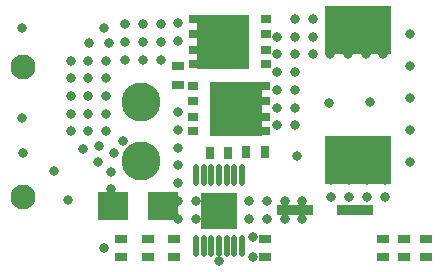
<source format=gts>
G04*
G04 #@! TF.GenerationSoftware,Altium Limited,Altium Designer,20.0.12 (288)*
G04*
G04 Layer_Color=8388736*
%FSLAX44Y44*%
%MOMM*%
G71*
G01*
G75*
%ADD22O,0.4800X1.8400*%
%ADD23R,3.1600X3.0600*%
%ADD24R,1.0000X0.7000*%
%ADD25R,0.7000X1.0000*%
%ADD26R,0.9000X0.8000*%
%ADD27R,4.4500X4.6000*%
%ADD28R,5.7000X4.1000*%
%ADD29R,2.6000X2.4000*%
%ADD30R,3.1000X0.9000*%
%ADD31C,2.1000*%
%ADD32C,3.3000*%
%ADD33C,0.8000*%
D22*
X904250Y367100D02*
D03*
X910750D02*
D03*
X917250D02*
D03*
X923750D02*
D03*
X930250D02*
D03*
X936750D02*
D03*
X943250D02*
D03*
X904250Y426500D02*
D03*
X910750D02*
D03*
X917250D02*
D03*
X923750D02*
D03*
X930250D02*
D03*
X936750D02*
D03*
X943250D02*
D03*
D23*
X923750Y396800D02*
D03*
D24*
X963000Y357200D02*
D03*
Y372800D02*
D03*
X1080250Y357450D02*
D03*
Y373050D02*
D03*
X1062500D02*
D03*
Y357450D02*
D03*
X886000Y373050D02*
D03*
Y357450D02*
D03*
X841000D02*
D03*
Y373050D02*
D03*
X889000Y519050D02*
D03*
Y503450D02*
D03*
X1098750Y373050D02*
D03*
Y357450D02*
D03*
X863500Y373050D02*
D03*
Y357450D02*
D03*
D25*
X946700Y446750D02*
D03*
X962300D02*
D03*
X916000Y445750D02*
D03*
X931600D02*
D03*
D26*
X901700Y502000D02*
D03*
Y489750D02*
D03*
Y476250D02*
D03*
Y464000D02*
D03*
X962950D02*
D03*
Y476250D02*
D03*
Y489750D02*
D03*
Y502000D02*
D03*
X963600Y520750D02*
D03*
Y533000D02*
D03*
Y546500D02*
D03*
Y558750D02*
D03*
X902350D02*
D03*
Y546500D02*
D03*
Y533000D02*
D03*
Y520750D02*
D03*
D27*
X938200Y483000D02*
D03*
X927100Y539750D02*
D03*
D28*
X1041750Y549250D02*
D03*
Y439250D02*
D03*
D29*
X876750Y400500D02*
D03*
X833750D02*
D03*
D30*
X1039304Y397000D02*
D03*
X988250D02*
D03*
D31*
X757750Y518500D02*
D03*
Y408500D02*
D03*
D32*
X857750Y438500D02*
D03*
Y488500D02*
D03*
D33*
X952500Y357750D02*
D03*
X1085500Y465125D02*
D03*
Y519375D02*
D03*
X1051750Y489000D02*
D03*
X990000Y442750D02*
D03*
X757000Y551250D02*
D03*
X783750Y430250D02*
D03*
X795750Y405500D02*
D03*
X757500Y445250D02*
D03*
X757250Y475500D02*
D03*
X1085500Y438000D02*
D03*
Y546500D02*
D03*
Y492250D02*
D03*
X1016750Y488000D02*
D03*
X952500Y374250D02*
D03*
X826500Y364750D02*
D03*
X923750Y354250D02*
D03*
X842250Y456000D02*
D03*
X821750Y451750D02*
D03*
X834500Y445250D02*
D03*
X821250Y437750D02*
D03*
X808250Y448500D02*
D03*
X826500Y551750D02*
D03*
X831000Y539000D02*
D03*
X813750Y538250D02*
D03*
X844250Y524500D02*
D03*
X874250D02*
D03*
X859250D02*
D03*
X874250Y539500D02*
D03*
X859250D02*
D03*
X844250Y554500D02*
D03*
X874250D02*
D03*
X859250D02*
D03*
X844250Y539500D02*
D03*
X798250Y463750D02*
D03*
X828250D02*
D03*
X813250D02*
D03*
X798250Y523750D02*
D03*
Y493750D02*
D03*
X813250Y523750D02*
D03*
X828250D02*
D03*
X813250Y508750D02*
D03*
X828250D02*
D03*
X798250D02*
D03*
X813250Y493750D02*
D03*
X828250D02*
D03*
X813250Y478750D02*
D03*
X828250D02*
D03*
X798250D02*
D03*
X832250Y429750D02*
D03*
Y414750D02*
D03*
X874000Y399750D02*
D03*
X832250D02*
D03*
X994250Y390000D02*
D03*
X979250Y405000D02*
D03*
X964250D02*
D03*
X949250D02*
D03*
X904250D02*
D03*
X919250D02*
D03*
X934250D02*
D03*
X889250Y390000D02*
D03*
X1019000Y453000D02*
D03*
X1034000D02*
D03*
X1064000D02*
D03*
Y438000D02*
D03*
X1019000Y423000D02*
D03*
X1049000D02*
D03*
X1064000D02*
D03*
X1034000Y408000D02*
D03*
X934250Y390000D02*
D03*
X919250D02*
D03*
X904250D02*
D03*
X949250D02*
D03*
X964250D02*
D03*
X979250D02*
D03*
X994250Y405000D02*
D03*
X889250D02*
D03*
X1034000Y438000D02*
D03*
X1019000D02*
D03*
X1049000Y453000D02*
D03*
Y438000D02*
D03*
Y408000D02*
D03*
X1064000D02*
D03*
X1019000D02*
D03*
X1034000Y423000D02*
D03*
X927250Y524500D02*
D03*
X942250Y554500D02*
D03*
X927250D02*
D03*
X889000Y555750D02*
D03*
Y540750D02*
D03*
X912250Y554500D02*
D03*
X889250Y435000D02*
D03*
Y450000D02*
D03*
X942250Y524500D02*
D03*
X912250Y539500D02*
D03*
Y524500D02*
D03*
X889250Y480000D02*
D03*
Y420000D02*
D03*
Y465000D02*
D03*
X942250Y539500D02*
D03*
X927250D02*
D03*
X973000Y544000D02*
D03*
X988000Y484000D02*
D03*
Y469000D02*
D03*
Y514000D02*
D03*
Y499000D02*
D03*
X1048000Y529000D02*
D03*
X1003000D02*
D03*
X988000D02*
D03*
X1048000Y559000D02*
D03*
X1063000Y544000D02*
D03*
X1033000D02*
D03*
X1018000D02*
D03*
X1048000D02*
D03*
X1063000Y559000D02*
D03*
X1033000D02*
D03*
X973000Y514000D02*
D03*
Y499000D02*
D03*
X1018000Y529000D02*
D03*
X1033000D02*
D03*
X1063000D02*
D03*
X1003000Y544000D02*
D03*
X1018000Y559000D02*
D03*
X988000Y544000D02*
D03*
X973000Y529000D02*
D03*
Y484000D02*
D03*
Y469000D02*
D03*
X1003000Y559000D02*
D03*
X988000D02*
D03*
X922250Y497500D02*
D03*
X937250D02*
D03*
X952250D02*
D03*
Y482500D02*
D03*
X937250D02*
D03*
X922250D02*
D03*
Y467500D02*
D03*
X937250D02*
D03*
X952250D02*
D03*
M02*

</source>
